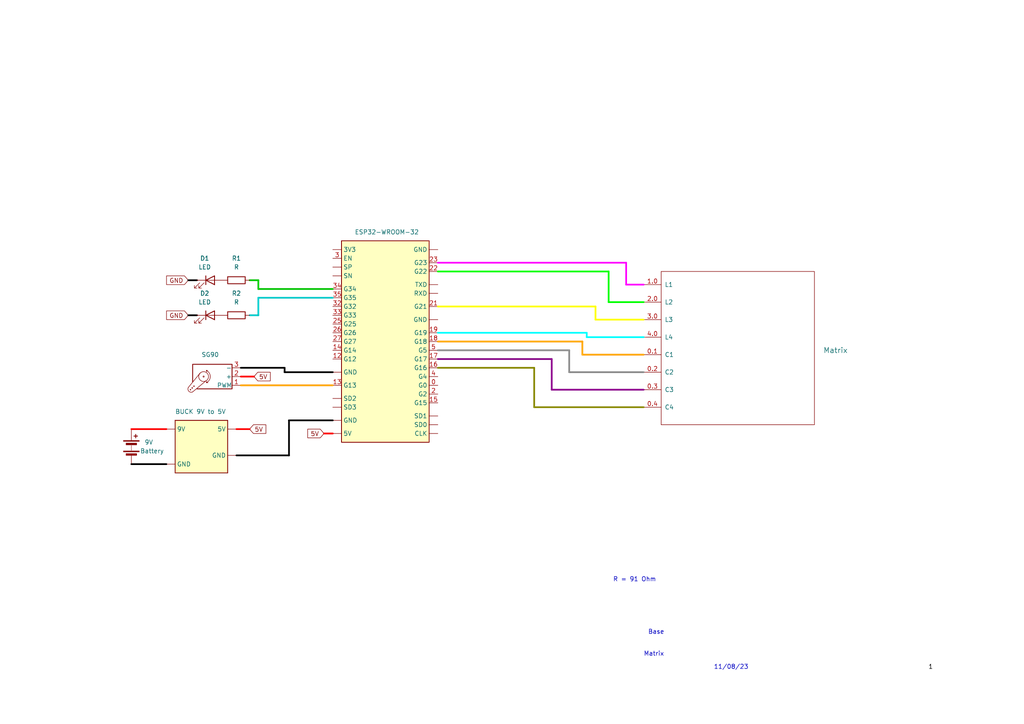
<source format=kicad_sch>
(kicad_sch (version 20230121) (generator eeschema)
  (paper "A4")
  (lib_symbols
    (symbol "Device:Battery" (pin_numbers hide) (pin_names (offset 0) hide)
      (property "Reference" "9V" (at 3.81 1.8415 0))
      (property "Value" "Battery" (at 3.81 -0.6985 0))
      (symbol "Battery_0_1"
        (rectangle (start -2.286 -1.27) (end 2.286 -1.524) (fill (type outline)))
        (rectangle (start -2.286 1.778) (end 2.286 1.524) (fill (type outline)))
        (rectangle (start -1.524 -2.032) (end 1.524 -2.54) (fill (type outline)))
        (rectangle (start -1.524 1.016) (end 1.524 0.508) (fill (type outline)))
        (polyline (pts (xy 0 -1.016) (xy 0 -0.762)))
        (polyline (pts (xy 0 -0.508) (xy 0 -0.254)))
        (polyline (pts (xy 0 0) (xy 0 0.254)))
        (polyline (pts (xy 0 1.778) (xy 0 2.54)))
        (polyline (pts (xy 0.762 3.048) (xy 1.778 3.048)) (stroke (width 0.254)))
        (polyline (pts (xy 1.27 3.556) (xy 1.27 2.54)) (stroke (width 0.254)))
      )
      (symbol "Battery_1_1"
        (pin passive line (at 0 5.08 270) (length 2.54) (name "+") (number "1"))
        (pin passive line (at 0 -5.08 90) (length 2.54) (name "-") (number "2"))
      )
    )
    (symbol "Device:LED" (pin_numbers hide) (pin_names (offset 1.016) hide)
      (property "Reference" "D" (at 0 2.54 0))
      (property "Value" "LED" (at 0 -2.54 0))
      (symbol "LED_0_1"
        (polyline (pts (xy -1.27 -1.27) (xy -1.27 1.27)) (stroke (width 0.254)))
        (polyline (pts (xy -1.27 0) (xy 1.27 0)))
        (polyline (pts (xy 1.27 -1.27) (xy 1.27 1.27) (xy -1.27 0) (xy 1.27 -1.27)) (stroke (width 0.254)))
        (polyline (pts (xy -3.048 -0.762) (xy -4.572 -2.286) (xy -3.81 -2.286) (xy -4.572 -2.286) (xy -4.572 -1.524)))
        (polyline (pts (xy -1.778 -0.762) (xy -3.302 -2.286) (xy -2.54 -2.286) (xy -3.302 -2.286) (xy -3.302 -1.524)))
      )
      (symbol "LED_1_1"
        (pin passive line (at -3.81 0 0) (length 2.54) (name "K") (number "1"))
        (pin passive line (at 3.81 0 180) (length 2.54) (name "A") (number "2"))
      )
    )
    (symbol "Device:R" (pin_numbers hide) (pin_names (offset 0))
      (property "Reference" "R" (at 2.032 0 90))
      (property "Value" "R" (at 0 0 90))
      (symbol "R_0_1"
        (rectangle (start -1.016 -2.54) (end 1.016 2.54) (stroke (width 0.254)))
      )
      (symbol "R_1_1"
        (pin passive line (at 0 3.81 270) (length 1.27) (name "~") (number "1"))
        (pin passive line (at 0 -3.81 90) (length 1.27) (name "~") (number "2"))
      )
    )
    (symbol "Driver_LED:HV9967BK7-G"
      (property "Reference" "U3" (at 2.1941 12.7 0))
      (property "Value" "BUCK 9V to 5V" (at 2.1941 10.16 0))
      (symbol "HV9967BK7-G_0_1"
        (rectangle (start -7.62 7.62) (end 7.62 -7.62) (stroke (width 0.254)) (fill (type background)))
      )
      (symbol "HV9967BK7-G_1_1"
        (pin power_out line (at 10.16 5.08 180) (length 2.54) (name "5V") (number ""))
        (pin power_in line (at -10.16 5.08 0) (length 2.54) (name "9V") (number ""))
        (pin bidirectional line (at -10.16 -5.08 0) (length 2.54) (name "GND") (number ""))
        (pin bidirectional line (at 10.16 -2.54 180) (length 2.54) (name "GND") (number ""))
      )
    )
    (symbol "Motor:Motor_Servo" (pin_names (offset 0.0254))
      (property "Reference" "M" (at -5.08 4.445 0))
      (property "Value" "Motor_Servo" (at -5.08 -4.064 0))
      (symbol "Motor_Servo_0_1"
        (polyline (pts (xy 2.413 -1.778) (xy 2.032 -1.778)))
        (polyline (pts (xy 2.413 -1.778) (xy 2.286 -1.397)))
        (polyline (pts (xy 2.413 1.778) (xy 1.905 1.778)))
        (polyline (pts (xy 2.413 1.778) (xy 2.286 1.397)))
        (polyline (pts (xy 6.35 4.445) (xy 2.54 1.27)))
        (polyline (pts (xy 7.62 3.175) (xy 4.191 -1.016)))
        (polyline (pts (xy 5.08 3.556) (xy -5.08 3.556) (xy -5.08 -3.556) (xy 6.35 -3.556) (xy 6.35 1.524)) (stroke (width 0.254)))
        (arc (start 2.413 1.778) (mid 1.2406 0) (end 2.413 -1.778))
        (circle (center 3.175 0) (radius 0.1778))
        (circle (center 3.175 0) (radius 1.4224))
        (circle (center 5.969 2.794) (radius 0.127))
        (circle (center 6.477 3.302) (radius 0.127))
        (circle (center 6.985 3.81) (radius 0.127))
        (arc (start 7.62 3.175) (mid 7.4485 4.2735) (end 6.35 4.445))
      )
      (symbol "Motor_Servo_1_1"
        (pin passive line (at -7.62 2.54 0) (length 2.54) (name "PWM") (number "1"))
        (pin passive line (at -7.62 0 0) (length 2.54) (name "+") (number "2"))
        (pin passive line (at -7.62 -2.54 0) (length 2.54) (name "-") (number "3"))
      )
    )
    (symbol "RC522:RC522" (pin_names (offset 1.016))
      (property "Value" "Matrix" (at -15.24 -17.78 90))
      (symbol "RC522_0_1"
        (rectangle (start -36.83 30.48) (end 7.62 -13.97))
      )
      (symbol "RC522_1_1"
        (pin bidirectional line (at -16.51 35.56 270) (length 5.08) (name "C1") (number "0.1"))
        (pin bidirectional line (at -21.59 35.56 270) (length 5.08) (name "C2") (number "0.2"))
        (pin bidirectional line (at -26.67 35.56 270) (length 5.08) (name "C3") (number "0.3"))
        (pin bidirectional line (at -31.75 35.56 270) (length 5.08) (name "C4") (number "0.4"))
        (pin bidirectional line (at 3.81 35.56 270) (length 5.08) (name "L1") (number "1.0"))
        (pin bidirectional line (at -1.27 35.56 270) (length 5.08) (name "L2") (number "2.0"))
        (pin bidirectional line (at -6.35 35.56 270) (length 5.08) (name "L3") (number "3.0"))
        (pin bidirectional line (at -11.43 35.56 270) (length 5.08) (name "L4") (number "4.0"))
      )
    )
    (symbol "RF_Module:ESP32-WROOM-32"
      (property "Reference" "U1" (at -1.27 30.48 0))
      (property "Value" "ESP32-WROOM-32" (at -8.89 27.94 0))
      (symbol "ESP32-WROOM-32_0_1"
        (rectangle (start -12.7 25.4) (end 12.7 -33.02) (stroke (width 0.254)) (fill (type background)))
      )
      (symbol "ESP32-WROOM-32_1_1"
        (pin bidirectional line (at -15.24 22.86 0) (length 2.54) (name "3V3") (number ""))
        (pin bidirectional line (at -15.24 -30.48 0) (length 2.54) (name "5V") (number ""))
        (pin bidirectional line (at 15.24 -30.48 180) (length 2.54) (name "CLK") (number ""))
        (pin bidirectional line (at -15.24 -26.67 0) (length 2.54) (name "GND") (number ""))
        (pin bidirectional line (at -15.24 -12.7 0) (length 2.54) (name "GND") (number ""))
        (pin bidirectional line (at 15.24 2.54 180) (length 2.54) (name "GND") (number ""))
        (pin bidirectional line (at 15.24 22.86 180) (length 2.54) (name "GND") (number ""))
        (pin bidirectional line (at 15.24 10.16 180) (length 2.54) (name "RXD") (number ""))
        (pin bidirectional line (at 15.24 -27.94 180) (length 2.54) (name "SD0") (number ""))
        (pin bidirectional line (at 15.24 -25.4 180) (length 2.54) (name "SD1") (number ""))
        (pin bidirectional line (at -15.24 -20.32 0) (length 2.54) (name "SD2") (number ""))
        (pin bidirectional line (at -15.24 -22.86 0) (length 2.54) (name "SD3") (number ""))
        (pin input line (at -15.24 15.24 0) (length 2.54) (name "SN") (number ""))
        (pin input line (at -15.24 17.78 0) (length 2.54) (name "SP") (number ""))
        (pin bidirectional line (at 15.24 12.7 180) (length 2.54) (name "TXD") (number ""))
        (pin bidirectional line (at 15.24 -16.51 180) (length 2.54) (name "G0") (number "0"))
        (pin bidirectional line (at -15.24 -8.89 0) (length 2.54) (name "G12") (number "12"))
        (pin bidirectional line (at -15.24 -16.51 0) (length 2.54) (name "G13") (number "13"))
        (pin bidirectional line (at -15.24 -6.35 0) (length 2.54) (name "G14") (number "14"))
        (pin bidirectional line (at 15.24 -21.59 180) (length 2.54) (name "G15") (number "15"))
        (pin bidirectional line (at 15.24 -11.43 180) (length 2.54) (name "G16") (number "16"))
        (pin bidirectional line (at 15.24 -8.89 180) (length 2.54) (name "G17") (number "17"))
        (pin bidirectional line (at 15.24 -3.81 180) (length 2.54) (name "G18") (number "18"))
        (pin bidirectional line (at 15.24 -1.27 180) (length 2.54) (name "G19") (number "19"))
        (pin bidirectional line (at 15.24 -19.05 180) (length 2.54) (name "G2") (number "2"))
        (pin bidirectional line (at 15.24 6.35 180) (length 2.54) (name "G21") (number "21"))
        (pin bidirectional line (at 15.24 16.51 180) (length 2.54) (name "G22") (number "22"))
        (pin bidirectional line (at 15.24 19.05 180) (length 2.54) (name "G23") (number "23"))
        (pin bidirectional line (at -15.24 1.27 0) (length 2.54) (name "G25") (number "25"))
        (pin bidirectional line (at -15.24 -1.27 0) (length 2.54) (name "G26") (number "26"))
        (pin bidirectional line (at -15.24 -3.81 0) (length 2.54) (name "G27") (number "27"))
        (pin input line (at -15.24 20.32 0) (length 2.54) (name "EN") (number "3"))
        (pin bidirectional line (at -15.24 6.35 0) (length 2.54) (name "G32") (number "32"))
        (pin bidirectional line (at -15.24 3.81 0) (length 2.54) (name "G33") (number "33"))
        (pin input line (at -15.24 11.43 0) (length 2.54) (name "G34") (number "34"))
        (pin input line (at -15.24 8.89 0) (length 2.54) (name "G35") (number "35"))
        (pin bidirectional line (at 15.24 -13.97 180) (length 2.54) (name "G4") (number "4"))
        (pin bidirectional line (at 15.24 -6.35 180) (length 2.54) (name "G5") (number "5"))
      )
    )
  )
  (wire (pts (xy 172.72 92.71) (xy 186.69 92.71)) (stroke (width 0.5) (color 255 255 0 1)))
  (wire (pts (xy 72.39 81.28) (xy 74.93 81.28)) (stroke (width 0.5) (color 0 194 0 1)))
  (wire (pts (xy 127 101.6) (xy 165.1 101.6)) (stroke (width 0.5) (color 132 132 132 1)))
  (wire (pts (xy 74.93 81.28) (xy 74.93 83.82)) (stroke (width 0.5) (color 0 194 0 1)))
  (wire (pts (xy 168.91 99.06) (xy 168.91 102.87)) (stroke (width 0.5) (color 255 153 0 1)))
  (wire (pts (xy 154.94 106.68) (xy 154.94 118.11)) (stroke (width 0.5) (color 132 132 0 1)))
  (wire (pts (xy 127 96.52) (xy 170.18 96.52)) (stroke (width 0.5) (color 0 255 255 1)))
  (wire (pts (xy 82.55 107.95) (xy 96.52 107.95)) (stroke (width 0.5) (color 0 0 0 1)))
  (wire (pts (xy 181.61 76.2) (xy 127 76.2)) (stroke (width 0.5) (color 255 0 255 1)))
  (wire (pts (xy 54.61 91.44) (xy 57.15 91.44)) (stroke (width 0.5) (color 0 0 0 1)))
  (wire (pts (xy 72.39 124.46) (xy 68.58 124.46)) (stroke (width 0.5) (color 255 0 0 1)))
  (wire (pts (xy 170.18 97.79) (xy 186.69 97.79)) (stroke (width 0.5) (color 0 255 255 1)))
  (wire (pts (xy 54.61 81.28) (xy 57.15 81.28)) (stroke (width 0.5) (color 0 0 0 1)))
  (wire (pts (xy 170.18 96.52) (xy 170.18 97.79)) (stroke (width 0.5) (color 0 255 255 1)))
  (wire (pts (xy 74.93 86.36) (xy 96.52 86.36)) (stroke (width 0.5) (color 0 194 194 1)))
  (wire (pts (xy 127 106.68) (xy 154.94 106.68)) (stroke (width 0.5) (color 132 132 0 1)))
  (wire (pts (xy 165.1 107.95) (xy 186.69 107.95)) (stroke (width 0.5) (color 132 132 132 1)))
  (wire (pts (xy 172.72 88.9) (xy 172.72 92.71)) (stroke (width 0.5) (color 255 255 0 1)))
  (wire (pts (xy 74.93 91.44) (xy 74.93 86.36)) (stroke (width 0.5) (color 0 194 194 1)))
  (wire (pts (xy 69.85 106.68) (xy 82.55 106.68)) (stroke (width 0.5) (color 0 0 0 1)))
  (wire (pts (xy 176.53 87.63) (xy 186.69 87.63)) (stroke (width 0.5) (color 0 255 0 1)))
  (wire (pts (xy 83.82 132.08) (xy 83.82 121.92)) (stroke (width 0.5) (color 0 0 0 1)))
  (wire (pts (xy 181.61 82.55) (xy 181.61 76.2)) (stroke (width 0.5) (color 255 0 255 1)))
  (wire (pts (xy 127 99.06) (xy 168.91 99.06)) (stroke (width 0.5) (color 255 153 0 1)))
  (wire (pts (xy 160.02 104.14) (xy 160.02 113.03)) (stroke (width 0.5) (color 132 0 132 1)))
  (wire (pts (xy 186.69 82.55) (xy 181.61 82.55)) (stroke (width 0.5) (color 255 0 255 1)))
  (wire (pts (xy 73.66 109.22) (xy 69.85 109.22)) (stroke (width 0.5) (color 255 0 0 1)))
  (wire (pts (xy 154.94 118.11) (xy 186.69 118.11)) (stroke (width 0.5) (color 132 132 0 1)))
  (wire (pts (xy 168.91 102.87) (xy 186.69 102.87)) (stroke (width 0.5) (color 255 153 0 1)))
  (wire (pts (xy 93.98 125.73) (xy 96.52 125.73)) (stroke (width 0.5) (color 255 0 0 1)))
  (wire (pts (xy 69.85 111.76) (xy 96.52 111.76)) (stroke (width 0.5) (color 255 153 0 1)))
  (wire (pts (xy 160.02 113.03) (xy 186.69 113.03)) (stroke (width 0.5) (color 132 0 132 1)))
  (wire (pts (xy 74.93 83.82) (xy 96.52 83.82)) (stroke (width 0.5) (color 0 194 0 1)))
  (wire (pts (xy 176.53 78.74) (xy 127 78.74)) (stroke (width 0.5) (color 0 255 0 1)))
  (wire (pts (xy 38.1 124.46) (xy 48.26 124.46)) (stroke (width 0.5) (color 255 0 0 1)))
  (wire (pts (xy 127 88.9) (xy 172.72 88.9)) (stroke (width 0.5) (color 255 255 0 1)))
  (wire (pts (xy 68.58 132.08) (xy 83.82 132.08)) (stroke (width 0.5) (color 0 0 0 1)))
  (wire (pts (xy 165.1 101.6) (xy 165.1 107.95)) (stroke (width 0.5) (color 132 132 132 1)))
  (wire (pts (xy 38.1 134.62) (xy 48.26 134.62)) (stroke (width 0.5) (color 0 0 0 1)))
  (wire (pts (xy 83.82 121.92) (xy 96.52 121.92)) (stroke (width 0.5) (color 0 0 0 1)))
  (wire (pts (xy 74.93 91.44) (xy 72.39 91.44)) (stroke (width 0.5) (color 0 194 194 1)))
  (wire (pts (xy 82.55 106.68) (xy 82.55 107.95)) (stroke (width 0.5) (color 0 0 0 1)))
  (wire (pts (xy 127 104.14) (xy 160.02 104.14)) (stroke (width 0.5) (color 132 0 132 1)))
  (wire (pts (xy 176.53 87.63) (xy 176.53 78.74)) (stroke (width 0.5) (color 0 255 0 1)))
  (text "1" (at 269.24 194.31 0) (effects (font (size 1.27 1.27)) (justify left bottom)))
  (text "R = 91 Ohm" (at 177.8 168.91 0) (effects (font (size 1.27 1.27)) (justify left bottom)))
  (text "11/08/23" (at 207.01 194.31 0) (effects (font (size 1.27 1.27)) (justify left bottom)))
  (text "Base" (at 187.96 184.15 0) (effects (font (size 1.27 1.27)) (justify left bottom)))
  (text "Matrix" (at 186.69 190.5 0) (effects (font (size 1.27 1.27)) (justify left bottom)))
  (global_label "5V" (shape input) (at 93.98 125.73 180) (property "Intersheetrefs" "${INTERSHEET_REFS}" (effects hide)))
  (global_label "5V" (shape input) (at 72.39 124.46 0) (property "Intersheetrefs" "${INTERSHEET_REFS}" (effects hide)))
  (global_label "GND" (shape input) (at 54.61 81.28 180) (property "Intersheetrefs" "${INTERSHEET_REFS}" (effects hide)))
  (global_label "GND" (shape input) (at 54.61 91.44 180) (property "Intersheetrefs" "${INTERSHEET_REFS}" (effects hide)))
  (global_label "5V" (shape input) (at 73.66 109.22 0) (property "Intersheetrefs" "${INTERSHEET_REFS}" (effects hide)))
  (symbol (lib_id "Device:LED") (at 60.96 81.28 0) (unit 1)
    (property "Reference" "D1" (at 59.3725 74.93 0))
    (property "Value" "LED" (at 59.3725 77.47 0))
  )
  (symbol (lib_id "RF_Module:ESP32-WROOM-32") (at 111.76 95.25 0) (unit 1)
    (property "Reference" "U1" (effects hide))
    (property "Value" "ESP32-WROOM-32" (at 102.87 67.31 0) (effects (justify left)))
    (property "Footprint" "RF_Module:ESP32-WROOM-32" (effects hide))
    (property "Datasheet" "https://www.espressif.com/sites/default/files/documentation/esp32-wroom-32_datasheet_en.pdf" (effects hide))
  )
  (symbol (lib_id "RC522:RC522") (at 222.25 86.36 90) (unit 1)
    (property "Reference" "RFID1" (effects hide))
    (property "Value" "Matrix" (at 238.76 101.6 90) (effects (font (size 1.524 1.524)) (justify right)))
  )
  (symbol (lib_id "Driver_LED:HV9967BK7-G") (at 58.42 129.54 0) (unit 1)
    (property "Reference" "U3" (effects hide))
    (property "Value" "BUCK 9V to 5V" (at 50.8 119.38 0) (effects (justify left)))
  )
  (symbol (lib_id "Device:Battery") (at 38.1 129.54 0) (unit 1)
    (property "Reference" "9V" (at 41.91 128.27 0) (effects (justify left)))
    (property "Value" "Battery" (at 40.64 130.81 0) (effects (justify left)))
  )
  (symbol (lib_id "Device:R") (at 68.58 81.28 90) (unit 1)
    (property "Reference" "R1" (at 68.58 74.93 90))
    (property "Value" "R" (at 68.58 77.47 90))
  )
  (symbol (lib_id "Device:LED") (at 60.96 91.44 0) (unit 1)
    (property "Reference" "D2" (at 59.3725 85.09 0))
    (property "Value" "LED" (at 59.3725 87.63 0))
  )
  (symbol (lib_id "Device:R") (at 68.58 91.44 90) (unit 1)
    (property "Reference" "R2" (at 68.58 85.09 90))
    (property "Value" "R" (at 68.58 87.63 90))
  )
  (symbol (lib_id "Motor:Motor_Servo") (at 62.23 109.22 180) (unit 1)
    (property "Reference" "M1" (effects hide))
    (property "Value" "SG90" (at 60.9711 102.87 0))
    (property "Datasheet" "http://forums.parallax.com/uploads/attachments/46831/74481.png" (effects hide))
  )
)
</source>
